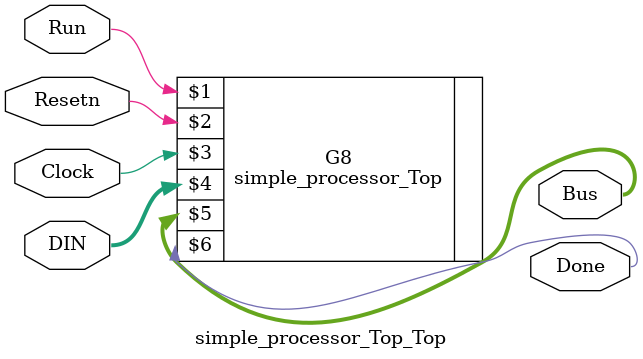
<source format=v>
module simple_processor_Top_Top (Run, Resetn, Clock,DIN,Bus,Done);
input Run, Resetn, Clock;
input [8:0] DIN;
output [8:0] Bus;
output Done;

wire R0out, R1out, R2out, R3out, R4out, R5out, R6out, R7out, Gout, DINout, LdR0, LdR1, LdR2, LdR3, LdR4, LdR5, LdR6, LdR7, LdA, LdG, Add_sub;

simple_processor_Top G8 (Run, Resetn, Clock,DIN,Bus,Done);

endmodule

</source>
